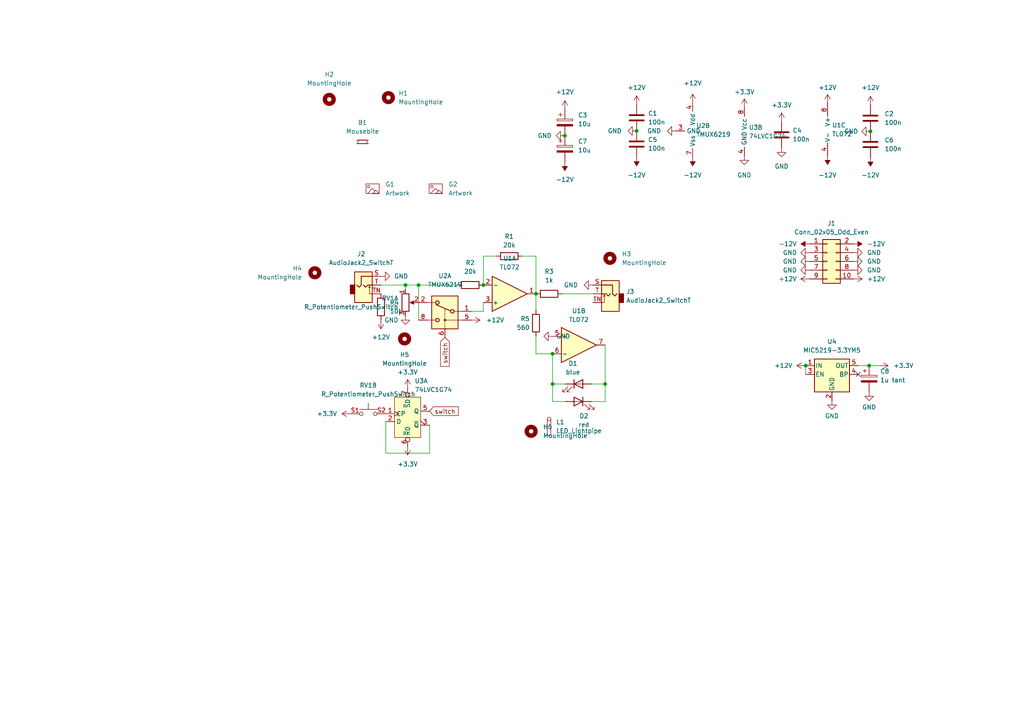
<source format=kicad_sch>
(kicad_sch (version 20211123) (generator eeschema)
  (paper "A4")
  (lib_symbols
    (symbol "74LVC1G74_1"
      (property "Reference" "U" (at -9.652 0.762 0))
      (property "Value" "74LVC1G74_1" (at -29.972 -4.064 0))
      (symbol "74LVC1G74_1_1_1"
        (rectangle (start -3.81 5.842) (end 3.81 -5.842) (stroke (width 0.1524)) (fill (type background)))
        (pin input clock (at -6.35 1.016 0) (length 2.54) (name "CP") (number "1"))
        (pin input line (at -6.35 -1.27 0) (length 2.54) (name "D") (number "2"))
        (pin output output_low (at 6.35 -2.286 180) (length 2.54) (name "~{Q}") (number "3"))
        (pin output line (at 6.35 1.778 180) (length 2.54) (name "Q") (number "5"))
        (pin input inverted (at 0 -8.382 90) (length 2.54) (name "~{R}D") (number "6"))
        (pin input inverted (at 0 8.382 270) (length 2.54) (name "~{S}D") (number "7"))
      )
      (symbol "74LVC1G74_1_2_1"
        (pin power_in line (at 0 -7.112 90) (length 2.54) (name "GND") (number "4"))
        (pin power_in line (at 0 6.858 270) (length 2.54) (name "Vcc") (number "8"))
      )
    )
    (symbol "Amplifier_Operational:TL072" (pin_names (offset 0.127))
      (property "Reference" "U" (at 0 5.08 0))
      (property "Value" "TL072" (at 0 -5.08 0))
      (symbol "TL072_1_1"
        (polyline (pts (xy -5.08 5.08) (xy 5.08 0) (xy -5.08 -5.08) (xy -5.08 5.08)) (stroke (width 0.254)) (fill (type background)))
        (pin output line (at 7.62 0 180) (length 2.54) (name "~") (number "1"))
        (pin input line (at -7.62 -2.54 0) (length 2.54) (name "-") (number "2"))
        (pin input line (at -7.62 2.54 0) (length 2.54) (name "+") (number "3"))
      )
      (symbol "TL072_2_1"
        (polyline (pts (xy -5.08 5.08) (xy 5.08 0) (xy -5.08 -5.08) (xy -5.08 5.08)) (stroke (width 0.254)) (fill (type background)))
        (pin input line (at -7.62 2.54 0) (length 2.54) (name "+") (number "5"))
        (pin input line (at -7.62 -2.54 0) (length 2.54) (name "-") (number "6"))
        (pin output line (at 7.62 0 180) (length 2.54) (name "~") (number "7"))
      )
      (symbol "TL072_3_1"
        (pin power_in line (at -2.54 -7.62 90) (length 3.81) (name "V-") (number "4"))
        (pin power_in line (at -2.54 7.62 270) (length 3.81) (name "V+") (number "8"))
      )
    )
    (symbol "Connector:AudioJack2_SwitchT"
      (property "Reference" "J" (at 0 8.89 0))
      (property "Value" "AudioJack2_SwitchT" (at 0 6.35 0))
      (symbol "AudioJack2_SwitchT_0_1"
        (rectangle (start -2.54 0) (end -3.81 -2.54) (stroke (width 0.254)) (fill (type outline)))
        (polyline (pts (xy 1.778 -0.254) (xy 2.032 -0.762)))
        (polyline (pts (xy 0 0) (xy 0.635 -0.635) (xy 1.27 0) (xy 2.54 0)) (stroke (width 0.254)))
        (polyline (pts (xy 2.54 -2.54) (xy 1.778 -2.54) (xy 1.778 -0.254) (xy 1.524 -0.762)))
        (polyline (pts (xy 2.54 2.54) (xy -0.635 2.54) (xy -0.635 0) (xy -1.27 -0.635) (xy -1.905 0)) (stroke (width 0.254)))
        (rectangle (start 2.54 3.81) (end -2.54 -5.08) (stroke (width 0.254)) (fill (type background)))
      )
      (symbol "AudioJack2_SwitchT_1_1"
        (pin passive line (at 5.08 2.54 180) (length 2.54) (name "~") (number "S"))
        (pin passive line (at 5.08 0 180) (length 2.54) (name "~") (number "T"))
        (pin passive line (at 5.08 -2.54 180) (length 2.54) (name "~") (number "TN"))
      )
    )
    (symbol "Connector_Generic:Conn_02x05_Odd_Even" (pin_names (offset 1.016) hide)
      (property "Reference" "J" (at 1.27 7.62 0))
      (property "Value" "Conn_02x05_Odd_Even" (at 1.27 -7.62 0))
      (symbol "Conn_02x05_Odd_Even_1_1"
        (rectangle (start -1.27 -4.953) (end 0 -5.207) (stroke (width 0.1524)))
        (rectangle (start -1.27 -2.413) (end 0 -2.667) (stroke (width 0.1524)))
        (rectangle (start -1.27 0.127) (end 0 -0.127) (stroke (width 0.1524)))
        (rectangle (start -1.27 2.667) (end 0 2.413) (stroke (width 0.1524)))
        (rectangle (start -1.27 5.207) (end 0 4.953) (stroke (width 0.1524)))
        (rectangle (start -1.27 6.35) (end 3.81 -6.35) (stroke (width 0.254)) (fill (type background)))
        (rectangle (start 3.81 -4.953) (end 2.54 -5.207) (stroke (width 0.1524)))
        (rectangle (start 3.81 -2.413) (end 2.54 -2.667) (stroke (width 0.1524)))
        (rectangle (start 3.81 0.127) (end 2.54 -0.127) (stroke (width 0.1524)))
        (rectangle (start 3.81 2.667) (end 2.54 2.413) (stroke (width 0.1524)))
        (rectangle (start 3.81 5.207) (end 2.54 4.953) (stroke (width 0.1524)))
        (pin passive line (at -5.08 5.08 0) (length 3.81) (name "Pin_1") (number "1"))
        (pin passive line (at 7.62 -5.08 180) (length 3.81) (name "Pin_10") (number "10"))
        (pin passive line (at 7.62 5.08 180) (length 3.81) (name "Pin_2") (number "2"))
        (pin passive line (at -5.08 2.54 0) (length 3.81) (name "Pin_3") (number "3"))
        (pin passive line (at 7.62 2.54 180) (length 3.81) (name "Pin_4") (number "4"))
        (pin passive line (at -5.08 0 0) (length 3.81) (name "Pin_5") (number "5"))
        (pin passive line (at 7.62 0 180) (length 3.81) (name "Pin_6") (number "6"))
        (pin passive line (at -5.08 -2.54 0) (length 3.81) (name "Pin_7") (number "7"))
        (pin passive line (at 7.62 -2.54 180) (length 3.81) (name "Pin_8") (number "8"))
        (pin passive line (at -5.08 -5.08 0) (length 3.81) (name "Pin_9") (number "9"))
      )
    )
    (symbol "Device:C" (pin_numbers hide) (pin_names (offset 0.254))
      (property "Reference" "C" (at 0.635 2.54 0))
      (property "Value" "C" (at 0.635 -2.54 0))
      (symbol "C_0_1"
        (polyline (pts (xy -2.032 -0.762) (xy 2.032 -0.762)) (stroke (width 0.508)))
        (polyline (pts (xy -2.032 0.762) (xy 2.032 0.762)) (stroke (width 0.508)))
      )
      (symbol "C_1_1"
        (pin passive line (at 0 3.81 270) (length 2.794) (name "~") (number "1"))
        (pin passive line (at 0 -3.81 90) (length 2.794) (name "~") (number "2"))
      )
    )
    (symbol "Device:C_Polarized" (pin_numbers hide) (pin_names (offset 0.254))
      (property "Reference" "C" (at 0.635 2.54 0))
      (property "Value" "C_Polarized" (at 0.635 -2.54 0))
      (symbol "C_Polarized_0_1"
        (rectangle (start -2.286 0.508) (end 2.286 1.016))
        (polyline (pts (xy -1.778 2.286) (xy -0.762 2.286)))
        (polyline (pts (xy -1.27 2.794) (xy -1.27 1.778)))
        (rectangle (start 2.286 -0.508) (end -2.286 -1.016) (fill (type outline)))
      )
      (symbol "C_Polarized_1_1"
        (pin passive line (at 0 3.81 270) (length 2.794) (name "~") (number "1"))
        (pin passive line (at 0 -3.81 90) (length 2.794) (name "~") (number "2"))
      )
    )
    (symbol "Device:LED" (pin_numbers hide) (pin_names (offset 1.016) hide)
      (property "Reference" "D" (at 0 2.54 0))
      (property "Value" "LED" (at 0 -2.54 0))
      (symbol "LED_0_1"
        (polyline (pts (xy -1.27 -1.27) (xy -1.27 1.27)) (stroke (width 0.254)))
        (polyline (pts (xy -1.27 0) (xy 1.27 0)))
        (polyline (pts (xy 1.27 -1.27) (xy 1.27 1.27) (xy -1.27 0) (xy 1.27 -1.27)) (stroke (width 0.254)))
        (polyline (pts (xy -3.048 -0.762) (xy -4.572 -2.286) (xy -3.81 -2.286) (xy -4.572 -2.286) (xy -4.572 -1.524)))
        (polyline (pts (xy -1.778 -0.762) (xy -3.302 -2.286) (xy -2.54 -2.286) (xy -3.302 -2.286) (xy -3.302 -1.524)))
      )
      (symbol "LED_1_1"
        (pin passive line (at -3.81 0 0) (length 2.54) (name "K") (number "1"))
        (pin passive line (at 3.81 0 180) (length 2.54) (name "A") (number "2"))
      )
    )
    (symbol "Device:R" (pin_numbers hide) (pin_names (offset 0))
      (property "Reference" "R" (at 2.032 0 90))
      (property "Value" "R" (at 0 0 90))
      (symbol "R_0_1"
        (rectangle (start -1.016 -2.54) (end 1.016 2.54) (stroke (width 0.254)))
      )
      (symbol "R_1_1"
        (pin passive line (at 0 3.81 270) (length 1.27) (name "~") (number "1"))
        (pin passive line (at 0 -3.81 90) (length 1.27) (name "~") (number "2"))
      )
    )
    (symbol "Mechanical:MountingHole" (pin_names (offset 1.016))
      (property "Reference" "H" (at 0 5.08 0))
      (property "Value" "MountingHole" (at 0 3.175 0))
      (symbol "MountingHole_0_1"
        (circle (center 0 0) (radius 1.27) (stroke (width 1.27)))
      )
    )
    (symbol "Pale Slim Ghost:74LVC1G74"
      (property "Reference" "U" (at -9.652 0.762 0))
      (property "Value" "74LVC1G74" (at -29.972 -4.064 0))
      (symbol "74LVC1G74_1_1"
        (rectangle (start -3.81 5.842) (end 3.81 -5.842) (stroke (width 0.1524)) (fill (type background)))
        (pin input clock (at -6.35 1.016 0) (length 2.54) (name "CP") (number "1"))
        (pin input line (at -6.35 -1.27 0) (length 2.54) (name "D") (number "2"))
        (pin output output_low (at 6.35 -2.286 180) (length 2.54) (name "~{Q}") (number "3"))
        (pin output line (at 6.35 1.778 180) (length 2.54) (name "Q") (number "5"))
        (pin input inverted (at 0 -8.382 90) (length 2.54) (name "~{R}D") (number "6"))
        (pin input inverted (at 0 8.382 270) (length 2.54) (name "~{S}D") (number "7"))
      )
      (symbol "74LVC1G74_2_1"
        (pin power_in line (at 0 -4.318 90) (length 2.54) (name "GND") (number "4"))
        (pin power_in line (at 0 4.826 270) (length 2.54) (name "Vcc") (number "8"))
      )
    )
    (symbol "Pale Slim Ghost:Artwork" (in_bom no)
      (property "Reference" "G" (at 0 0 0))
      (property "Value" "Artwork" (at 0 0 0))
      (symbol "Artwork_0_1"
        (rectangle (start -2.032 4.318) (end 1.778 1.524) (stroke (width 0.1524)))
      )
      (symbol "Artwork_1_1"
        (circle (center -1.27 3.556) (radius 0.3592) (stroke (width 0.1524)))
        (polyline (pts (xy -1.524 1.524) (xy -0.254 3.048) (xy 0.508 2.286) (xy 0.508 2.286)))
        (polyline (pts (xy 0 1.524) (xy 0.762 2.54) (xy 1.778 1.524) (xy -0.254 1.524)))
      )
    )
    (symbol "Pale Slim Ghost:LED_Lightpipe"
      (property "Reference" "L" (at 0 0 0))
      (property "Value" "LED_Lightpipe" (at 0 0 0))
      (symbol "LED_Lightpipe_0_1"
        (arc (start -0.508 2.286) (mid 0 1.788) (end 0.508 2.286) (stroke (width 0.1524)))
        (polyline (pts (xy -0.508 6.604) (xy -0.508 2.286)) (stroke (width 0.1524)))
        (polyline (pts (xy 0.508 6.604) (xy 0.508 2.286)) (stroke (width 0.1524)))
        (circle (center 0 6.604) (radius 0.508) (stroke (width 0.1524)))
      )
    )
    (symbol "Pale Slim Ghost:Mousebite" (in_bom no)
      (property "Reference" "B" (at 0 0 0))
      (property "Value" "Mousebite" (at 0 0 0))
      (symbol "Mousebite_0_1"
        (arc (start -1.7637 1.778) (mid -1.2698 2.286) (end -1.7637 2.794) (stroke (width 0.1524)))
        (circle (center -1.27 1.778) (radius 0.0001) (stroke (width 0.1524)))
        (circle (center -1.27 2.794) (radius 0.0001) (stroke (width 0.1524)))
        (circle (center -1.016 1.778) (radius 0.0001) (stroke (width 0.1524)))
        (circle (center -1.016 2.794) (radius 0.0001) (stroke (width 0.1524)))
        (circle (center -0.762 1.778) (radius 0.0001) (stroke (width 0.1524)))
        (circle (center -0.762 2.794) (radius 0.0001) (stroke (width 0.1524)))
        (circle (center -0.508 1.778) (radius 0.0001) (stroke (width 0.1524)))
        (circle (center -0.508 2.794) (radius 0.0001) (stroke (width 0.1524)))
        (circle (center -0.254 1.778) (radius 0.0001) (stroke (width 0.1524)))
        (circle (center -0.254 2.794) (radius 0.0001) (stroke (width 0.1524)))
        (circle (center 0 1.778) (radius 0.0001) (stroke (width 0.1524)))
        (circle (center 0 2.794) (radius 0.0001) (stroke (width 0.1524)))
        (circle (center 0.254 1.778) (radius 0.0001) (stroke (width 0.1524)))
        (circle (center 0.254 2.794) (radius 0.0001) (stroke (width 0.1524)))
        (circle (center 0.508 1.778) (radius 0.0001) (stroke (width 0.1524)))
        (circle (center 0.508 2.794) (radius 0.0001) (stroke (width 0.1524)))
        (circle (center 0.762 1.778) (radius 0.0001) (stroke (width 0.1524)))
        (circle (center 0.762 2.794) (radius 0.0001) (stroke (width 0.1524)))
        (circle (center 1.016 1.778) (radius 0.0001) (stroke (width 0.1524)))
        (circle (center 1.016 2.794) (radius 0.0001) (stroke (width 0.1524)))
        (circle (center 1.27 1.778) (radius 0.0001) (stroke (width 0.1524)))
        (circle (center 1.27 2.794) (radius 0.0001) (stroke (width 0.1524)))
        (arc (start 1.7637 2.794) (mid 1.2698 2.286) (end 1.7637 1.778) (stroke (width 0.1524)))
      )
    )
    (symbol "Pale Slim Ghost:R_Potentiometer_PushSwitch" (pin_names (offset 1.016) hide)
      (property "Reference" "RV" (at 0.127 4.572 0))
      (property "Value" "R_Potentiometer_PushSwitch" (at 0.127 2.667 0))
      (symbol "R_Potentiometer_PushSwitch_1_1"
        (polyline (pts (xy 0 -1.27) (xy 0.508 -2.413) (xy -0.508 -2.413) (xy 0 -1.27)) (fill (type outline)))
        (rectangle (start 2.54 -1.016) (end -2.54 1.016) (stroke (width 0.254)))
        (pin passive line (at 3.81 0 180) (length 1.27) (name "1") (number "1"))
        (pin passive line (at 0 -3.81 90) (length 1.27) (name "2") (number "2"))
        (pin passive line (at -3.81 0 0) (length 1.27) (name "3") (number "3"))
      )
      (symbol "R_Potentiometer_PushSwitch_2_1"
        (circle (center -2.032 0) (radius 0.508))
        (polyline (pts (xy 0 1.27) (xy 0 3.048)))
        (polyline (pts (xy 2.54 1.27) (xy -2.54 1.27)))
        (circle (center 2.032 0) (radius 0.508))
        (pin passive line (at -5.08 0 0) (length 2.54) (name "S1") (number "S1"))
        (pin passive line (at 5.08 0 180) (length 2.54) (name "S2") (number "S2"))
      )
    )
    (symbol "Pale Slim Ghost:TMUX6219"
      (property "Reference" "U" (at 0 7.366 0))
      (property "Value" "TMUX6219" (at 0 7.366 0))
      (symbol "TMUX6219_1_1"
        (rectangle (start -3.81 4.445) (end 3.81 -5.08) (stroke (width 0.254)) (fill (type background)))
        (circle (center -2.159 0) (radius 0.508) (stroke (width 0.254)))
        (circle (center 0 -2.54) (radius 0.254) (stroke (width 0.1524)) (fill (type outline)))
        (polyline (pts (xy -5.08 -2.54) (xy 0 -2.54)) (stroke (width 0.1524)))
        (polyline (pts (xy -5.08 0) (xy -2.794 0)))
        (polyline (pts (xy -1.651 0.127) (xy 2.54 1.905)) (stroke (width 0.254)))
        (polyline (pts (xy 0 -5.08) (xy 0 -4.572)))
        (polyline (pts (xy 0 -4.318) (xy 0 -4.064)))
        (polyline (pts (xy 0 -3.81) (xy 0 -3.556)))
        (polyline (pts (xy 0 -3.302) (xy 0 -3.048)))
        (polyline (pts (xy 0 -2.794) (xy 0 -2.54)))
        (polyline (pts (xy 0 -2.286) (xy 0 -2.032)))
        (polyline (pts (xy 0 -1.778) (xy 0 -1.524)))
        (polyline (pts (xy 0 -1.27) (xy 0 -1.016)))
        (polyline (pts (xy 0 -0.762) (xy 0 -0.508)))
        (polyline (pts (xy 0 -0.254) (xy 0 0)))
        (polyline (pts (xy 0 0.254) (xy 0 0.508)))
        (polyline (pts (xy 0 0.254) (xy 0 0.508)))
        (polyline (pts (xy 5.08 -2.54) (xy 2.794 -2.54)))
        (polyline (pts (xy 5.08 2.54) (xy 2.794 2.54)))
        (circle (center 2.159 -2.54) (radius 0.508) (stroke (width 0.254)))
        (circle (center 2.159 2.54) (radius 0.508) (stroke (width 0.254)))
        (pin passive line (at -7.62 0 0) (length 2.54) (name "~") (number "1"))
        (pin passive line (at 7.62 2.54 180) (length 2.54) (name "~") (number "2"))
        (pin input line (at -7.62 -2.54 0) (length 2.54) (name "~") (number "5"))
        (pin input line (at 0 -7.62 90) (length 2.54) (name "~") (number "6"))
        (pin passive line (at 7.62 -2.54 180) (length 2.54) (name "~") (number "8"))
      )
      (symbol "TMUX6219_2_1"
        (pin power_in line (at -4.826 0 0) (length 2.54) (name "GND") (number "3"))
        (pin power_in line (at 0 8.128 270) (length 2.54) (name "Vdd") (number "4"))
        (pin power_in line (at 0 -7.62 90) (length 2.54) (name "Vss") (number "7"))
      )
    )
    (symbol "Regulator_Linear:MIC5219-3.3YM5" (pin_names (offset 0.254))
      (property "Reference" "U" (at -3.81 5.715 0))
      (property "Value" "MIC5219-3.3YM5" (at 0 5.715 0))
      (symbol "MIC5219-3.3YM5_0_1"
        (rectangle (start -5.08 4.445) (end 5.08 -5.08) (stroke (width 0.254)) (fill (type background)))
      )
      (symbol "MIC5219-3.3YM5_1_1"
        (pin power_in line (at -7.62 2.54 0) (length 2.54) (name "IN") (number "1"))
        (pin power_in line (at 0 -7.62 90) (length 2.54) (name "GND") (number "2"))
        (pin input line (at -7.62 0 0) (length 2.54) (name "EN") (number "3"))
        (pin input line (at 7.62 0 180) (length 2.54) (name "BP") (number "4"))
        (pin power_out line (at 7.62 2.54 180) (length 2.54) (name "OUT") (number "5"))
      )
    )
    (symbol "power:+12V" (power) (pin_names (offset 0))
      (property "Value" "+12V" (at 0 3.556 0))
      (symbol "+12V_0_1"
        (polyline (pts (xy -0.762 1.27) (xy 0 2.54)))
        (polyline (pts (xy 0 0) (xy 0 2.54)))
        (polyline (pts (xy 0 2.54) (xy 0.762 1.27)))
      )
      (symbol "+12V_1_1"
        (pin power_in line (at 0 0 90) (length 0) hide (name "+12V") (number "1"))
      )
    )
    (symbol "power:+3.3V" (power) (pin_names (offset 0))
      (property "Value" "+3.3V" (at 0 3.556 0))
      (symbol "+3.3V_0_1"
        (polyline (pts (xy -0.762 1.27) (xy 0 2.54)))
        (polyline (pts (xy 0 0) (xy 0 2.54)))
        (polyline (pts (xy 0 2.54) (xy 0.762 1.27)))
      )
      (symbol "+3.3V_1_1"
        (pin power_in line (at 0 0 90) (length 0) hide (name "+3.3V") (number "1"))
      )
    )
    (symbol "power:-12V" (power) (pin_names (offset 0))
      (property "Value" "-12V" (at 0 3.81 0))
      (symbol "-12V_0_0"
        (pin power_in line (at 0 0 90) (length 0) hide (name "-12V") (number "1"))
      )
      (symbol "-12V_0_1"
        (polyline (pts (xy 0 0) (xy 0 1.27) (xy 0.762 1.27) (xy 0 2.54) (xy -0.762 1.27) (xy 0 1.27)) (fill (type outline)))
      )
    )
    (symbol "power:GND" (power) (pin_names (offset 0))
      (property "Value" "GND" (at 0 -3.81 0))
      (symbol "GND_0_1"
        (polyline (pts (xy 0 0) (xy 0 -1.27) (xy 1.27 -1.27) (xy 0 -2.54) (xy -1.27 -1.27) (xy 0 -1.27)))
      )
      (symbol "GND_1_1"
        (pin power_in line (at 0 0 270) (length 0) hide (name "GND") (number "1"))
      )
    )
  )
  (junction (at 117.602 82.677))
  (junction (at 252.476 38.1))
  (junction (at 160.274 102.616))
  (junction (at 252.095 106.045))
  (junction (at 175.514 111.379))
  (junction (at 121.412 82.677))
  (junction (at 163.83 39.37))
  (junction (at 233.68 106.045))
  (junction (at 155.448 85.217))
  (junction (at 160.274 111.379))
  (junction (at 184.658 37.973))
  (junction (at 140.208 82.677))
  (no_connect (at 248.92 108.585))
  (wire (pts (xy 151.511 74.295) (xy 155.448 74.295)))
  (wire (pts (xy 155.448 102.616) (xy 160.274 102.616)))
  (wire (pts (xy 252.095 106.045) (xy 255.016 106.045)))
  (wire (pts (xy 163.957 116.459) (xy 160.274 116.459)))
  (wire (pts (xy 171.577 116.459) (xy 175.514 116.459)))
  (wire (pts (xy 124.587 131.445) (xy 124.587 123.317)))
  (wire (pts (xy 155.448 74.295) (xy 155.448 85.217)))
  (wire (pts (xy 160.274 102.616) (xy 160.274 111.379)))
  (wire (pts (xy 111.887 131.445) (xy 124.587 131.445)))
  (wire (pts (xy 140.208 90.297) (xy 140.208 87.757)))
  (wire (pts (xy 171.577 111.379) (xy 175.514 111.379)))
  (wire (pts (xy 163.068 85.217) (xy 171.958 85.217)))
  (wire (pts (xy 110.49 82.677) (xy 117.602 82.677)))
  (wire (pts (xy 121.412 82.677) (xy 132.588 82.677)))
  (wire (pts (xy 248.92 106.045) (xy 252.095 106.045)))
  (wire (pts (xy 143.891 74.295) (xy 140.208 74.295)))
  (wire (pts (xy 117.602 82.677) (xy 121.412 82.677)))
  (wire (pts (xy 233.68 106.045) (xy 233.68 108.585)))
  (wire (pts (xy 117.602 83.947) (xy 117.602 82.677)))
  (wire (pts (xy 121.412 82.677) (xy 121.412 92.837)))
  (wire (pts (xy 111.887 122.301) (xy 111.887 131.445)))
  (wire (pts (xy 160.274 111.379) (xy 163.957 111.379)))
  (wire (pts (xy 155.448 85.217) (xy 155.448 89.916)))
  (wire (pts (xy 155.448 97.536) (xy 155.448 102.616)))
  (wire (pts (xy 160.274 111.379) (xy 160.274 116.459)))
  (wire (pts (xy 175.514 100.076) (xy 175.514 111.379)))
  (wire (pts (xy 136.652 90.297) (xy 140.208 90.297)))
  (wire (pts (xy 175.514 111.379) (xy 175.514 116.459)))
  (wire (pts (xy 140.208 74.295) (xy 140.208 82.677)))
  (global_label "switch" (shape input) (at 129.032 97.917 270) (property "Intersheet References" "${INTERSHEET_REFS}" (effects hide)))
  (global_label "switch" (shape input) (at 124.587 119.253 0) (property "Intersheet References" "${INTERSHEET_REFS}" (effects hide)))
  (symbol (lib_id "Device:C_Polarized") (at 252.095 109.855 0) (unit 1)
    (property "Reference" "C8" (at 255.27 107.6959 0) (effects (justify left)))
    (property "Value" "1u tant" (at 255.27 110.2359 0) (effects (justify left)))
    (property "Footprint" "Capacitor_Tantalum_SMD:CP_EIA-3216-18_Kemet-A_Pad1.58x1.35mm_HandSolder" (effects hide))
  )
  (symbol (lib_id "power:GND") (at 241.3 116.205 0) (unit 1)
    (property "Reference" "#PWR038" (effects hide))
    (property "Value" "GND" (at 241.3 120.65 0))
  )
  (symbol (lib_id "Pale Slim Ghost:R_Potentiometer_PushSwitch") (at 117.602 87.757 90) (unit 1)
    (property "Reference" "RV1" (at 115.57 86.4869 90) (effects (justify left)))
    (property "Value" "R_Potentiometer_PushSwitch" (at 115.57 89.0269 90) (effects (justify left)))
    (property "Footprint" "Pale Slim Ghost:PRS11R Momentary Switch Potentiometer" (effects hide))
    (property "Part #" "P170SP1-QC15BR10K " (effects hide))
  )
  (symbol (lib_id "power:-12V") (at 184.658 45.593 180) (unit 1)
    (property "Reference" "#PWR015" (effects hide))
    (property "Value" "-12V" (at 184.658 50.8 0))
  )
  (symbol (lib_id "Mechanical:MountingHole") (at 176.911 74.93 0) (unit 1)
    (property "Reference" "H3" (at 180.34 73.6599 0) (effects (justify left)))
    (property "Value" "MountingHole" (at 180.34 76.1999 0) (effects (justify left)))
    (property "Footprint" "Pale Slim Ghost:hole 6mm (jack panel)" (effects hide))
  )
  (symbol (lib_id "Connector_Generic:Conn_02x05_Odd_Even") (at 239.903 75.819 0) (unit 1)
    (property "Reference" "J1" (at 241.173 64.77 0))
    (property "Value" "Conn_02x05_Odd_Even" (at 241.173 67.31 0))
    (property "Footprint" "Connector_PinHeader_2.54mm:PinHeader_2x05_P2.54mm_Vertical_SMD" (effects hide))
  )
  (symbol (lib_id "Device:R") (at 147.701 74.295 90) (unit 1)
    (property "Reference" "R1" (at 147.701 68.58 90))
    (property "Value" "20k" (at 147.701 71.12 90))
    (property "Footprint" "Resistor_SMD:R_0603_1608Metric_Pad0.98x0.95mm_HandSolder" (effects hide))
  )
  (symbol (lib_id "Mechanical:MountingHole") (at 154.051 125.095 0) (unit 1)
    (property "Reference" "H6" (at 157.48 123.8249 0) (effects (justify left)))
    (property "Value" "MountingHole" (at 157.48 126.3649 0) (effects (justify left)))
    (property "Footprint" "Pale Slim Ghost:hole 3mm (below jack)" (effects hide))
  )
  (symbol (lib_id "Mechanical:MountingHole") (at 95.504 28.829 0) (unit 1)
    (property "Reference" "H2" (at 95.504 21.59 0))
    (property "Value" "MountingHole" (at 95.504 24.13 0))
    (property "Footprint" "Pale Slim Ghost:eurorack panel mounting slot" (effects hide))
  )
  (symbol (lib_id "Device:C") (at 184.658 34.163 0) (unit 1)
    (property "Reference" "C1" (at 187.96 32.8929 0) (effects (justify left)))
    (property "Value" "100n" (at 187.96 35.4329 0) (effects (justify left)))
    (property "Footprint" "Capacitor_SMD:C_0603_1608Metric_Pad1.08x0.95mm_HandSolder" (effects hide))
  )
  (symbol (lib_id "power:GND") (at 234.823 78.359 270) (unit 1)
    (property "Reference" "#PWR025" (effects hide))
    (property "Value" "GND" (at 231.14 78.3589 90) (effects (justify right)))
  )
  (symbol (lib_id "power:GND") (at 247.523 75.819 90) (mirror x) (unit 1)
    (property "Reference" "#PWR024" (effects hide))
    (property "Value" "GND" (at 251.46 75.8189 90) (effects (justify right)))
  )
  (symbol (lib_id "power:+3.3V") (at 101.727 120.015 90) (unit 1)
    (property "Reference" "#PWR039" (effects hide))
    (property "Value" "+3.3V" (at 97.79 120.0149 90) (effects (justify left)))
  )
  (symbol (lib_id "power:GND") (at 247.523 78.359 90) (mirror x) (unit 1)
    (property "Reference" "#PWR026" (effects hide))
    (property "Value" "GND" (at 251.46 78.3589 90) (effects (justify right)))
  )
  (symbol (lib_id "Regulator_Linear:MIC5219-3.3YM5") (at 241.3 108.585 0) (unit 1)
    (property "Reference" "U4" (at 241.3 99.06 0))
    (property "Value" "MIC5219-3.3YM5" (at 241.3 101.6 0))
    (property "Footprint" "Package_TO_SOT_SMD:SOT-23-5" (effects hide))
    (property "Datasheet" "http://ww1.microchip.com/downloads/en/DeviceDoc/MIC5219-500mA-Peak-Output-LDO-Regulator-DS20006021A.pdf" (effects hide))
  )
  (symbol (lib_id "power:GND") (at 160.274 97.536 270) (unit 1)
    (property "Reference" "#PWR0101" (effects hide))
    (property "Value" "GND" (at 161.29 97.5359 90) (effects (justify left)))
  )
  (symbol (lib_id "power:GND") (at 247.523 73.279 90) (mirror x) (unit 1)
    (property "Reference" "#PWR022" (effects hide))
    (property "Value" "GND" (at 251.46 73.2789 90) (effects (justify right)))
  )
  (symbol (lib_id "Device:C") (at 184.658 41.783 0) (unit 1)
    (property "Reference" "C5" (at 187.96 40.5129 0) (effects (justify left)))
    (property "Value" "100n" (at 187.96 43.0529 0) (effects (justify left)))
    (property "Footprint" "Capacitor_SMD:C_0603_1608Metric_Pad1.08x0.95mm_HandSolder" (effects hide))
  )
  (symbol (lib_id "power:+3.3V") (at 226.695 35.306 0) (unit 1)
    (property "Reference" "#PWR07" (effects hide))
    (property "Value" "+3.3V" (at 226.695 30.48 0))
  )
  (symbol (lib_id "power:GND") (at 234.823 73.279 270) (unit 1)
    (property "Reference" "#PWR021" (effects hide))
    (property "Value" "GND" (at 231.14 73.2789 90) (effects (justify right)))
  )
  (symbol (lib_id "Device:R") (at 110.49 89.027 180) (unit 1)
    (property "Reference" "R4" (at 113.03 87.7569 0) (effects (justify right)))
    (property "Value" "10k" (at 113.03 90.2969 0) (effects (justify right)))
    (property "Footprint" "Resistor_SMD:R_0603_1608Metric_Pad0.98x0.95mm_HandSolder" (effects hide))
  )
  (symbol (lib_id "power:+12V") (at 110.49 92.837 180) (unit 1)
    (property "Reference" "#PWR032" (effects hide))
    (property "Value" "+12V" (at 110.49 97.79 0))
  )
  (symbol (lib_id "Pale Slim Ghost:Artwork") (at 126.492 57.658 0) (unit 1) (in_bom no)
    (property "Reference" "G2" (at 130.048 53.4669 0) (effects (justify left)))
    (property "Value" "Artwork" (at 130.048 56.0069 0) (effects (justify left)))
  )
  (symbol (lib_name "74LVC1G74_1") (lib_id "Pale Slim Ghost:74LVC1G74") (at 215.9 38.1 0) (unit 2)
    (property "Reference" "U3" (at 217.17 36.9569 0) (effects (justify left)))
    (property "Value" "74LVC1G74" (at 217.17 39.4969 0) (effects (justify left)))
    (property "Footprint" "Package_SO:SSOP-8_2.95x2.8mm_P0.65mm" (effects hide))
  )
  (symbol (lib_id "Pale Slim Ghost:Artwork") (at 108.204 57.658 0) (unit 1) (in_bom no)
    (property "Reference" "G1" (at 111.76 53.4669 0) (effects (justify left)))
    (property "Value" "Artwork" (at 111.76 56.0069 0) (effects (justify left)))
  )
  (symbol (lib_id "power:-12V") (at 234.823 70.739 90) (unit 1)
    (property "Reference" "#PWR019" (effects hide))
    (property "Value" "-12V" (at 231.14 70.7389 90) (effects (justify left)))
  )
  (symbol (lib_id "Amplifier_Operational:TL072") (at 242.57 37.592 0) (unit 3)
    (property "Reference" "U1" (at 241.3 36.3219 0) (effects (justify left)))
    (property "Value" "TL072" (at 241.3 38.8619 0) (effects (justify left)))
    (property "Footprint" "Package_TO_SOT_SMD:SOT-23-8_Handsoldering" (effects hide))
    (property "Datasheet" "http://www.ti.com/lit/ds/symlink/tl071.pdf" (effects hide))
  )
  (symbol (lib_id "Pale Slim Ghost:LED_Lightpipe") (at 159.258 128.143 0) (unit 1)
    (property "Reference" "L1" (at 161.29 122.4229 0) (effects (justify left)))
    (property "Value" "LED_Lightpipe" (at 161.29 124.9629 0) (effects (justify left)))
    (property "Footprint" "Pale Slim Ghost:VBL Lightpipe" (effects hide))
  )
  (symbol (lib_id "Device:LED") (at 167.767 111.379 0) (unit 1)
    (property "Reference" "D1" (at 166.1795 105.41 0))
    (property "Value" "blue" (at 166.1795 107.95 0))
    (property "Footprint" "LED_SMD:LED_0805_2012Metric_Pad1.15x1.40mm_HandSolder" (effects hide))
  )
  (symbol (lib_id "power:+12V") (at 163.83 31.75 0) (unit 1)
    (property "Reference" "#PWR06" (effects hide))
    (property "Value" "+12V" (at 163.83 26.67 0))
  )
  (symbol (lib_id "power:+12V") (at 200.914 29.845 0) (unit 1)
    (property "Reference" "#PWR01" (effects hide))
    (property "Value" "+12V" (at 200.914 24.13 0))
  )
  (symbol (lib_id "power:+3.3V") (at 118.237 129.413 180) (unit 1)
    (property "Reference" "#PWR040" (effects hide))
    (property "Value" "+3.3V" (at 118.237 134.62 0))
  )
  (symbol (lib_id "power:+12V") (at 234.823 80.899 90) (mirror x) (unit 1)
    (property "Reference" "#PWR028" (effects hide))
    (property "Value" "+12V" (at 231.14 80.8989 90) (effects (justify left)))
  )
  (symbol (lib_id "power:+12V") (at 247.523 80.899 270) (unit 1)
    (property "Reference" "#PWR029" (effects hide))
    (property "Value" "+12V" (at 251.46 80.8989 90) (effects (justify left)))
  )
  (symbol (lib_id "power:-12V") (at 200.914 45.593 180) (unit 1)
    (property "Reference" "#PWR016" (effects hide))
    (property "Value" "-12V" (at 200.914 50.8 0))
  )
  (symbol (lib_id "power:+3.3V") (at 118.237 112.649 0) (unit 1)
    (property "Reference" "#PWR036" (effects hide))
    (property "Value" "+3.3V" (at 118.237 107.95 0))
  )
  (symbol (lib_id "Device:R") (at 155.448 93.726 180) (unit 1)
    (property "Reference" "R5" (at 153.67 92.4559 0) (effects (justify left)))
    (property "Value" "560" (at 153.67 94.9959 0) (effects (justify left)))
    (property "Footprint" "Resistor_SMD:R_0603_1608Metric_Pad0.98x0.95mm_HandSolder" (effects hide))
  )
  (symbol (lib_id "power:+12V") (at 184.658 30.353 0) (unit 1)
    (property "Reference" "#PWR03" (effects hide))
    (property "Value" "+12V" (at 184.658 25.4 0))
  )
  (symbol (lib_id "power:+12V") (at 252.476 30.48 0) (unit 1)
    (property "Reference" "#PWR04" (effects hide))
    (property "Value" "+12V" (at 252.476 25.4 0))
  )
  (symbol (lib_id "power:+12V") (at 233.68 106.045 90) (unit 1)
    (property "Reference" "#PWR034" (effects hide))
    (property "Value" "+12V" (at 229.87 106.0449 90) (effects (justify left)))
  )
  (symbol (lib_id "Pale Slim Ghost:TMUX6219") (at 129.032 90.297 0) (mirror y) (unit 1)
    (property "Reference" "U2" (at 129.0701 80.01 0))
    (property "Value" "TMUX6219" (at 129.0701 82.55 0))
    (property "Footprint" "Package_SO:VSSOP-8_3.0x3.0mm_P0.65mm" (effects hide))
  )
  (symbol (lib_id "Connector:AudioJack2_SwitchT") (at 105.41 82.677 0) (unit 1)
    (property "Reference" "J2" (at 104.775 73.66 0))
    (property "Value" "AudioJack2_SwitchT" (at 104.775 76.2 0))
    (property "Footprint" "Pale Slim Ghost:Jack_3.5mm_QingPu_WQP-PJ398SM_Vertical" (effects hide))
  )
  (symbol (lib_id "Amplifier_Operational:TL072") (at 147.828 85.217 0) (mirror x) (unit 1)
    (property "Reference" "U1" (at 147.828 74.93 0))
    (property "Value" "TL072" (at 147.828 77.47 0))
    (property "Footprint" "Package_TO_SOT_SMD:SOT-23-8_Handsoldering" (effects hide))
    (property "Datasheet" "http://www.ti.com/lit/ds/symlink/tl071.pdf" (effects hide))
  )
  (symbol (lib_id "Device:R") (at 159.258 85.217 90) (unit 1)
    (property "Reference" "R3" (at 159.258 78.74 90))
    (property "Value" "1k" (at 159.258 81.28 90))
    (property "Footprint" "Resistor_SMD:R_0603_1608Metric_Pad0.98x0.95mm_HandSolder" (effects hide))
  )
  (symbol (lib_id "Connector:AudioJack2_SwitchT") (at 177.038 85.217 0) (mirror y) (unit 1)
    (property "Reference" "J3" (at 181.61 84.5819 0) (effects (justify right)))
    (property "Value" "AudioJack2_SwitchT" (at 181.61 87.1219 0) (effects (justify right)))
    (property "Footprint" "Pale Slim Ghost:Jack_3.5mm_QingPu_WQP-PJ398SM_Vertical" (effects hide))
  )
  (symbol (lib_id "Mechanical:MountingHole") (at 91.313 79.121 0) (unit 1)
    (property "Reference" "H4" (at 87.63 77.8509 0) (effects (justify right)))
    (property "Value" "MountingHole" (at 87.63 80.3909 0) (effects (justify right)))
    (property "Footprint" "Pale Slim Ghost:hole 6mm (jack panel)" (effects hide))
  )
  (symbol (lib_id "Device:C_Polarized") (at 163.83 43.18 0) (unit 1)
    (property "Reference" "C7" (at 167.64 41.0209 0) (effects (justify left)))
    (property "Value" "10u" (at 167.64 43.5609 0) (effects (justify left)))
    (property "Footprint" "Capacitor_Tantalum_SMD:CP_EIA-3216-18_Kemet-A_Pad1.58x1.35mm_HandSolder" (effects hide))
  )
  (symbol (lib_id "Device:LED") (at 167.767 116.459 0) (mirror y) (unit 1)
    (property "Reference" "D2" (at 169.3545 120.65 0))
    (property "Value" "red" (at 169.3545 123.19 0))
    (property "Footprint" "LED_SMD:LED_0805_2012Metric_Pad1.15x1.40mm_HandSolder" (effects hide))
  )
  (symbol (lib_id "power:GND") (at 252.476 38.1 270) (unit 1)
    (property "Reference" "#PWR010" (effects hide))
    (property "Value" "GND" (at 248.92 38.0999 90) (effects (justify right)))
  )
  (symbol (lib_id "power:GND") (at 196.088 37.973 270) (unit 1)
    (property "Reference" "#PWR09" (effects hide))
    (property "Value" "GND" (at 191.77 37.9729 90) (effects (justify right)))
  )
  (symbol (lib_id "power:-12V") (at 240.03 45.212 180) (unit 1)
    (property "Reference" "#PWR014" (effects hide))
    (property "Value" "-12V" (at 240.03 50.8 0))
  )
  (symbol (lib_id "Device:C") (at 252.476 34.29 0) (unit 1)
    (property "Reference" "C2" (at 256.54 33.0199 0) (effects (justify left)))
    (property "Value" "100n" (at 256.54 35.5599 0) (effects (justify left)))
    (property "Footprint" "Capacitor_SMD:C_0603_1608Metric_Pad1.08x0.95mm_HandSolder" (effects hide))
  )
  (symbol (lib_id "power:+3.3V") (at 255.016 106.045 270) (unit 1)
    (property "Reference" "#PWR035" (effects hide))
    (property "Value" "+3.3V" (at 259.08 106.0449 90) (effects (justify left)))
  )
  (symbol (lib_id "power:+12V") (at 240.03 29.972 0) (unit 1)
    (property "Reference" "#PWR02" (effects hide))
    (property "Value" "+12V" (at 240.03 25.4 0))
  )
  (symbol (lib_id "power:+12V") (at 136.652 92.837 270) (unit 1)
    (property "Reference" "#PWR033" (effects hide))
    (property "Value" "+12V" (at 140.97 92.8369 90) (effects (justify left)))
  )
  (symbol (lib_id "Mechanical:MountingHole") (at 117.348 98.298 0) (unit 1)
    (property "Reference" "H5" (at 117.348 102.87 0))
    (property "Value" "MountingHole" (at 117.348 105.41 0))
    (property "Footprint" "Pale Slim Ghost:hole 6.5mm (potentiometer panel)" (effects hide))
  )
  (symbol (lib_id "Device:C_Polarized") (at 163.83 35.56 0) (unit 1)
    (property "Reference" "C3" (at 167.64 33.4009 0) (effects (justify left)))
    (property "Value" "10u" (at 167.64 35.9409 0) (effects (justify left)))
    (property "Footprint" "Capacitor_Tantalum_SMD:CP_EIA-3216-18_Kemet-A_Pad1.58x1.35mm_HandSolder" (effects hide))
  )
  (symbol (lib_id "power:GND") (at 226.695 42.926 0) (unit 1)
    (property "Reference" "#PWR012" (effects hide))
    (property "Value" "GND" (at 226.695 48.26 0))
  )
  (symbol (lib_id "power:GND") (at 163.83 39.37 270) (unit 1)
    (property "Reference" "#PWR011" (effects hide))
    (property "Value" "GND" (at 160.02 39.3699 90) (effects (justify right)))
  )
  (symbol (lib_id "power:GND") (at 234.823 75.819 270) (unit 1)
    (property "Reference" "#PWR023" (effects hide))
    (property "Value" "GND" (at 231.14 75.8189 90) (effects (justify right)))
  )
  (symbol (lib_id "Mechanical:MountingHole") (at 112.649 28.321 0) (unit 1)
    (property "Reference" "H1" (at 115.57 27.0509 0) (effects (justify left)))
    (property "Value" "MountingHole" (at 115.57 29.5909 0) (effects (justify left)))
    (property "Footprint" "Pale Slim Ghost:eurorack panel mounting slot" (effects hide))
  )
  (symbol (lib_id "Device:R") (at 136.398 82.677 90) (unit 1)
    (property "Reference" "R2" (at 136.398 76.2 90))
    (property "Value" "20k" (at 136.398 78.74 90))
    (property "Footprint" "Resistor_SMD:R_0603_1608Metric_Pad0.98x0.95mm_HandSolder" (effects hide))
  )
  (symbol (lib_id "power:-12V") (at 247.523 70.739 270) (mirror x) (unit 1)
    (property "Reference" "#PWR020" (effects hide))
    (property "Value" "-12V" (at 251.46 70.7389 90) (effects (justify left)))
  )
  (symbol (lib_id "power:GND") (at 184.658 37.973 270) (unit 1)
    (property "Reference" "#PWR08" (effects hide))
    (property "Value" "GND" (at 180.34 37.9729 90) (effects (justify right)))
  )
  (symbol (lib_id "Device:C") (at 252.476 41.91 0) (unit 1)
    (property "Reference" "C6" (at 256.54 40.6399 0) (effects (justify left)))
    (property "Value" "100n" (at 256.54 43.1799 0) (effects (justify left)))
    (property "Footprint" "Capacitor_SMD:C_0603_1608Metric_Pad1.08x0.95mm_HandSolder" (effects hide))
  )
  (symbol (lib_id "power:-12V") (at 252.476 45.72 180) (unit 1)
    (property "Reference" "#PWR017" (effects hide))
    (property "Value" "-12V" (at 252.476 50.8 0))
  )
  (symbol (lib_id "Pale Slim Ghost:Mousebite") (at 105.156 43.434 0) (unit 1) (in_bom no)
    (property "Reference" "B1" (at 105.156 35.56 0))
    (property "Value" "Mousebite" (at 105.156 38.1 0))
    (property "Footprint" "Pale Slim Ghost:mousebite-2.54x5.08mm" (effects hide))
  )
  (symbol (lib_id "Pale Slim Ghost:TMUX6219") (at 200.914 37.973 0) (unit 2)
    (property "Reference" "U2" (at 201.93 36.4489 0) (effects (justify left)))
    (property "Value" "TMUX6219" (at 201.93 38.9889 0) (effects (justify left)))
    (property "Footprint" "Package_SO:VSSOP-8_3.0x3.0mm_P0.65mm" (effects hide))
  )
  (symbol (lib_id "Pale Slim Ghost:R_Potentiometer_PushSwitch") (at 106.807 120.015 0) (unit 2)
    (property "Reference" "RV1" (at 106.807 111.76 0))
    (property "Value" "R_Potentiometer_PushSwitch" (at 106.807 114.3 0))
    (property "Footprint" "Pale Slim Ghost:PRS11R Momentary Switch Potentiometer" (effects hide))
    (property "Part #" "P170SP1-QC15BR10K " (effects hide))
  )
  (symbol (lib_id "Device:C") (at 226.695 39.116 0) (unit 1)
    (property "Reference" "C4" (at 229.87 37.8459 0) (effects (justify left)))
    (property "Value" "100n" (at 229.87 40.3859 0) (effects (justify left)))
    (property "Footprint" "Capacitor_SMD:C_0603_1608Metric_Pad1.08x0.95mm_HandSolder" (effects hide))
  )
  (symbol (lib_id "power:GND") (at 110.49 80.137 90) (unit 1)
    (property "Reference" "#PWR027" (effects hide))
    (property "Value" "GND" (at 114.3 80.1369 90) (effects (justify right)))
  )
  (symbol (lib_id "power:+3.3V") (at 215.9 31.242 0) (unit 1)
    (property "Reference" "#PWR05" (effects hide))
    (property "Value" "+3.3V" (at 215.9 26.67 0))
  )
  (symbol (lib_id "Pale Slim Ghost:74LVC1G74") (at 118.237 121.031 0) (unit 1)
    (property "Reference" "U3" (at 120.2564 110.49 0) (effects (justify left)))
    (property "Value" "74LVC1G74" (at 120.2564 113.03 0) (effects (justify left)))
    (property "Footprint" "Package_SO:SSOP-8_2.95x2.8mm_P0.65mm" (effects hide))
  )
  (symbol (lib_id "power:GND") (at 171.958 82.677 270) (unit 1)
    (property "Reference" "#PWR030" (effects hide))
    (property "Value" "GND" (at 167.64 82.6769 90) (effects (justify right)))
  )
  (symbol (lib_id "Amplifier_Operational:TL072") (at 167.894 100.076 0) (unit 2)
    (property "Reference" "U1" (at 167.894 90.17 0))
    (property "Value" "TL072" (at 167.894 92.71 0))
    (property "Footprint" "Package_TO_SOT_SMD:SOT-23-8_Handsoldering" (effects hide))
    (property "Datasheet" "http://www.ti.com/lit/ds/symlink/tl071.pdf" (effects hide))
  )
  (symbol (lib_id "power:GND") (at 117.602 91.567 0) (unit 1)
    (property "Reference" "#PWR031" (effects hide))
    (property "Value" "GND" (at 115.57 92.8369 0) (effects (justify right)))
  )
  (symbol (lib_id "power:GND") (at 215.9 45.212 0) (unit 1)
    (property "Reference" "#PWR013" (effects hide))
    (property "Value" "GND" (at 215.9 50.8 0))
  )
  (symbol (lib_id "power:-12V") (at 163.83 46.99 180) (unit 1)
    (property "Reference" "#PWR018" (effects hide))
    (property "Value" "-12V" (at 163.83 52.07 0))
  )
  (symbol (lib_id "power:GND") (at 252.095 113.665 0) (unit 1)
    (property "Reference" "#PWR037" (effects hide))
    (property "Value" "GND" (at 252.095 118.11 0))
  )
)
</source>
